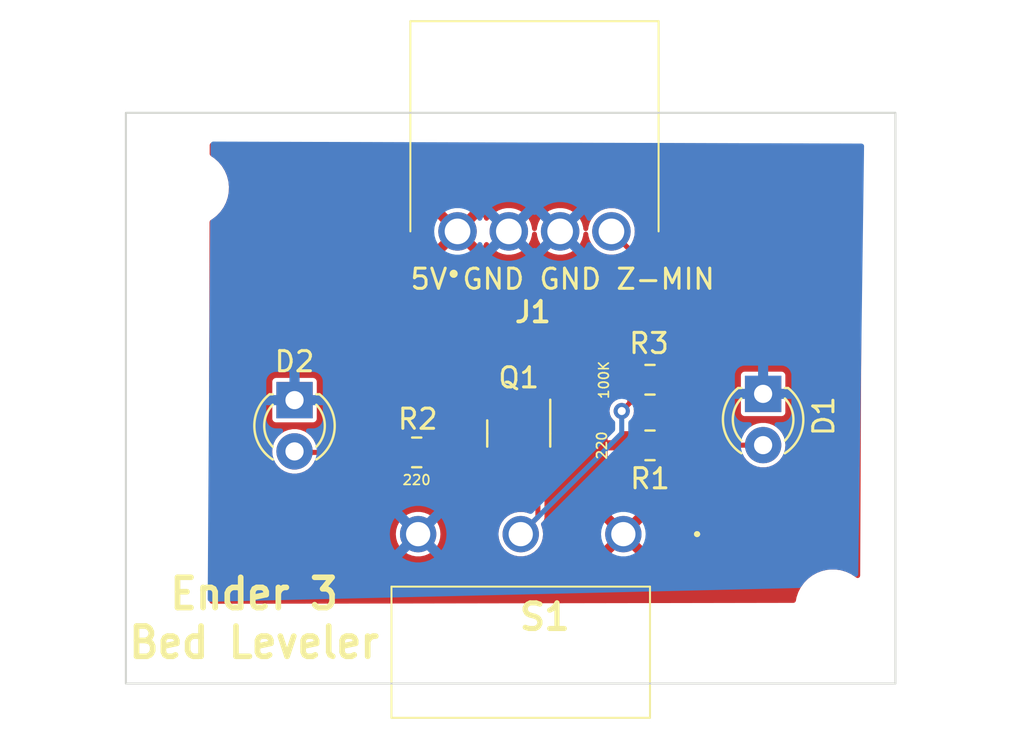
<source format=kicad_pcb>
(kicad_pcb (version 20221018) (generator pcbnew)
  (layers (0 "F.Cu" signal) (31 "B.Cu" signal) (34 "B.Paste" user) (35 "F.Paste" user) (36 "B.SilkS" user "B.Silkscreen") (37 "F.SilkS" user "F.Silkscreen") (38 "B.Mask" user) (39 "F.Mask" user) (44 "Edge.Cuts" user))
  (net 0 "")
  (net 1 "GND")
  (net 2 "Net-(D1-A)")
  (net 3 "Net-(D2-A)")
  (net 4 "+5V")
  (net 5 "/Z-min")
  (net 6 "Net-(Q1-D)")
  (footprint "Package_TO_SOT_SMD:SOT-23" (layer "F.Cu") (at 146.7 65.9125 -90)
    (fp_text reference "Q1" (at -2.7625 0 -180) (layer "F.SilkS"))
    (fp_text value "FDN338P")
    (fp_line (start 0 -1.56) (end -1.675 -1.56) (stroke (width 0.12)) (layer "F.SilkS"))
    (fp_line (start 0 -1.56) (end 0.65 -1.56) (stroke (width 0.12)) (layer "F.SilkS"))
    (fp_line (start 0 1.56) (end -0.65 1.56) (stroke (width 0.12)) (layer "F.SilkS"))
    (fp_line (start 0 1.56) (end 0.65 1.56) (stroke (width 0.12)) (layer "F.SilkS"))
    (pad "1" smd roundrect (at -0.9375 -0.95 270) (size 1.475 0.6) (layers "F.Cu" "F.Paste" "F.Mask") (net 5 "/Z-min"))
    (pad "2" smd roundrect (at -0.9375 0.95 270) (size 1.475 0.6) (layers "F.Cu" "F.Paste" "F.Mask") (net 4 "+5V"))
    (pad "3" smd roundrect (at 0.9375 0 270) (size 1.475 0.6) (layers "F.Cu" "F.Paste" "F.Mask") (net 6 "Net-(Q1-D)"))
  )
  (footprint "Resistor_SMD:R_0805_2012Metric_Pad1.20x1.40mm_HandSolder" (layer "F.Cu") (at 141.65 66.85 180)
    (fp_text reference "R2" (at -0.05 1.65) (layer "F.SilkS"))
    (fp_text value "220")
    (fp_line (start -0.227064 -0.735) (end 0.227064 -0.735) (stroke (width 0.12)) (layer "F.SilkS"))
    (fp_line (start -0.227064 0.735) (end 0.227064 0.735) (stroke (width 0.12)) (layer "F.SilkS"))
    (pad "1" smd roundrect (at -1 0 180) (size 1.2 1.4) (layers "F.Cu" "F.Paste" "F.Mask") (roundrect_rratio 0.208333) (net 6 "Net-(Q1-D)"))
    (pad "2" smd roundrect (at 1 0 180) (size 1.2 1.4) (layers "F.Cu" "F.Paste" "F.Mask") (roundrect_rratio 0.208333) (net 3 "Net-(D2-A)"))
  )
  (footprint "SamacSys_Parts:26448034" (layer "F.Cu") (at 143.67 55.9)
    (fp_text reference "J1" (at 3.73 4 180) (layer "F.SilkS") (effects (font (size 1.016 1.016) (thickness 0.1905))))
    (fp_text value "502386-0470" hide)
    (fp_line (start -2.335 -10.414) (end 9.955 -10.414) (stroke (width 0.1)) (layer "F.SilkS"))
    (fp_line (start -2.335 0) (end -2.335 -10.414) (stroke (width 0.1)) (layer "F.SilkS"))
    (fp_line (start -0.19 2) (end -0.19 2) (stroke (width 0.2)) (layer "F.SilkS"))
    (fp_line (start -0.19 2.2) (end -0.19 2.2) (stroke (width 0.2)) (layer "F.SilkS"))
    (fp_line (start 9.955 -10.414) (end 9.955 0) (stroke (width 0.1)) (layer "F.SilkS"))
    (fp_arc (start -0.19 2) (mid -0.09 2.1) (end -0.19 2.2) (stroke (width 0.2)) (layer "F.SilkS"))
    (fp_arc (start -0.19 2.2) (mid -0.29 2.1) (end -0.19 2) (stroke (width 0.2)) (layer "F.SilkS"))
    (pad "1" thru_hole circle (at 0 0) (size 1.905 1.905) (drill 1.27) (layers "*.Cu" "*.Mask") (net 4 "+5V"))
    (pad "2" thru_hole circle (at 2.54 0) (size 1.905 1.905) (drill 1.27) (layers "*.Cu" "*.Mask") (net 1 "GND"))
    (pad "3" thru_hole circle (at 5.08 0) (size 1.905 1.905) (drill 1.27) (layers "*.Cu" "*.Mask") (net 1 "GND"))
    (pad "4" thru_hole circle (at 7.62 0) (size 1.905 1.905) (drill 1.27) (layers "*.Cu" "*.Mask") (net 5 "/Z-min"))
  )
  (footprint "SamacSys_Parts:D2FSFLNA" (layer "F.Cu") (at 151.88 70.9 180)
    (fp_text reference "S1" (at 3.89 -4.1 180) (layer "F.SilkS") (effects (font (size 1.27 1.27) (thickness 0.254))))
    (fp_text value "D2FS-FL-N-A" hide)
    (fp_line (start -3.7 0) (end -3.7 0) (stroke (width 0.2)) (layer "F.SilkS"))
    (fp_line (start -3.7 0) (end -3.7 0) (stroke (width 0.2)) (layer "F.SilkS"))
    (fp_line (start -3.6 0) (end -3.6 0) (stroke (width 0.2)) (layer "F.SilkS"))
    (fp_line (start -1.32 -9.1) (end 11.48 -9.1) (stroke (width 0.1)) (layer "F.SilkS"))
    (fp_line (start -1.32 -2.6) (end -1.32 -9.1) (stroke (width 0.1)) (layer "F.SilkS"))
    (fp_line (start 11.48 -9.1) (end 11.48 -2.6) (stroke (width 0.1)) (layer "F.SilkS"))
    (fp_line (start 11.48 -2.6) (end -1.32 -2.6) (stroke (width 0.1)) (layer "F.SilkS"))
    (fp_arc (start -3.7 0) (mid -3.65 -0.05) (end -3.6 0) (stroke (width 0.2)) (layer "F.SilkS"))
    (fp_arc (start -3.6 0) (mid -3.65 0.05) (end -3.7 0) (stroke (width 0.2)) (layer "F.SilkS"))
    (fp_arc (start -3.6 0) (mid -3.65 0.05) (end -3.7 0) (stroke (width 0.2)) (layer "F.SilkS"))
    (pad "1" thru_hole circle (at 0 0 180) (size 1.8 1.8) (drill 1.2) (layers "*.Cu" "*.Mask") (net 4 "+5V"))
    (pad "2" thru_hole circle (at 5.08 0 180) (size 1.8 1.8) (drill 1.2) (layers "*.Cu" "*.Mask") (net 5 "/Z-min"))
    (pad "3" thru_hole circle (at 10.16 0 180) (size 1.8 1.8) (drill 1.2) (layers "*.Cu" "*.Mask") (net 1 "GND"))
  )
  (footprint "Resistor_SMD:R_0805_2012Metric_Pad1.20x1.40mm_HandSolder" (layer "F.Cu") (at 153.2 63.25 180)
    (fp_text reference "R3" (at 0.05 1.8 180) (layer "F.SilkS"))
    (fp_text value "100k")
    (fp_line (start -0.227064 -0.735) (end 0.227064 -0.735) (stroke (width 0.12)) (layer "F.SilkS"))
    (fp_line (start -0.227064 0.735) (end 0.227064 0.735) (stroke (width 0.12)) (layer "F.SilkS"))
    (pad "1" smd roundrect (at -1 0 180) (size 1.2 1.4) (layers "F.Cu" "F.Paste" "F.Mask") (roundrect_rratio 0.208333) (net 4 "+5V"))
    (pad "2" smd roundrect (at 1 0 180) (size 1.2 1.4) (layers "F.Cu" "F.Paste" "F.Mask") (roundrect_rratio 0.208333) (net 5 "/Z-min"))
  )
  (footprint "LED_THT:LED_D3.0mm" (layer "F.Cu") (at 158.8 63.95 -90)
    (fp_text reference "D1" (at 1.1 -3 90) (layer "F.SilkS"))
    (fp_text value "LED")
    (fp_line (start -0.29 -1.236) (end -0.29 -1.08) (stroke (width 0.12)) (layer "F.SilkS"))
    (fp_line (start -0.29 1.08) (end -0.29 1.236) (stroke (width 0.12)) (layer "F.SilkS"))
    (fp_arc (start -0.29 -1.235516) (mid 1.366487 -1.987659) (end 2.942335 -1.078608) (stroke (width 0.12)) (layer "F.SilkS"))
    (fp_arc (start 0.229039 -1.08) (mid 1.270117 -1.5) (end 2.31113 -1.079837) (stroke (width 0.12)) (layer "F.SilkS"))
    (fp_arc (start 2.31113 1.079837) (mid 1.270117 1.5) (end 0.229039 1.08) (stroke (width 0.12)) (layer "F.SilkS"))
    (fp_arc (start 2.942335 1.078608) (mid 1.366487 1.987659) (end -0.29 1.235516) (stroke (width 0.12)) (layer "F.SilkS"))
    (pad "1" thru_hole rect (at 0 0 270) (size 1.8 1.8) (drill 0.9) (layers "*.Cu" "*.Mask") (net 1 "GND"))
    (pad "2" thru_hole circle (at 2.54 0 270) (size 1.8 1.8) (drill 0.9) (layers "*.Cu" "*.Mask") (net 2 "Net-(D1-A)"))
  )
  (footprint "MountingHole:MountingHole_3.2mm_M3" (layer "F.Cu") (at 130.5 53.75)
    (fp_text reference "REF**" hide)
    (fp_text value "MountingHole_3.2mm_M3")
    (pad "" np_thru_hole circle (at 0 0) (size 3.2 3.2) (drill 3.2) (layers "*.Cu" "*.Mask"))
  )
  (footprint "Resistor_SMD:R_0805_2012Metric_Pad1.20x1.40mm_HandSolder" (layer "F.Cu") (at 153.2 66.5 180)
    (fp_text reference "R1" (at 0 -1.65) (layer "F.SilkS"))
    (fp_text value "220")
    (fp_line (start -0.227064 -0.735) (end 0.227064 -0.735) (stroke (width 0.12)) (layer "F.SilkS"))
    (fp_line (start -0.227064 0.735) (end 0.227064 0.735) (stroke (width 0.12)) (layer "F.SilkS"))
    (pad "1" smd roundrect (at -1 0 180) (size 1.2 1.4) (layers "F.Cu" "F.Paste" "F.Mask") (roundrect_rratio 0.208333) (net 2 "Net-(D1-A)"))
    (pad "2" smd roundrect (at 1 0 180) (size 1.2 1.4) (layers "F.Cu" "F.Paste" "F.Mask") (roundrect_rratio 0.208333) (net 4 "+5V"))
  )
  (footprint "LED_THT:LED_D3.0mm" (layer "F.Cu") (at 135.6 64.26 -90)
    (fp_text reference "D2" (at -1.91 0 -180) (layer "F.SilkS"))
    (fp_text value "LED")
    (fp_line (start -0.29 -1.236) (end -0.29 -1.08) (stroke (width 0.12)) (layer "F.SilkS"))
    (fp_line (start -0.29 1.08) (end -0.29 1.236) (stroke (width 0.12)) (layer "F.SilkS"))
    (fp_arc (start -0.29 -1.235516) (mid 1.366487 -1.987659) (end 2.942335 -1.078608) (stroke (width 0.12)) (layer "F.SilkS"))
    (fp_arc (start 0.229039 -1.08) (mid 1.270117 -1.5) (end 2.31113 -1.079837) (stroke (width 0.12)) (layer "F.SilkS"))
    (fp_arc (start 2.31113 1.079837) (mid 1.270117 1.5) (end 0.229039 1.08) (stroke (width 0.12)) (layer "F.SilkS"))
    (fp_arc (start 2.942335 1.078608) (mid 1.366487 1.987659) (end -0.29 1.235516) (stroke (width 0.12)) (layer "F.SilkS"))
    (pad "1" thru_hole rect (at 0 0 270) (size 1.8 1.8) (drill 0.9) (layers "*.Cu" "*.Mask") (net 1 "GND"))
    (pad "2" thru_hole circle (at 2.54 0 270) (size 1.8 1.8) (drill 0.9) (layers "*.Cu" "*.Mask") (net 3 "Net-(D2-A)"))
  )
  (footprint "MountingHole:MountingHole_3.2mm_M3" (layer "F.Cu") (at 162.25 74.5)
    (fp_text reference "REF**" hide)
    (fp_text value "MountingHole_3.2mm_M3")
    (pad "" np_thru_hole circle (at 0 0) (size 3.2 3.2) (drill 3.2) (layers "*.Cu" "*.Mask"))
  )
  (gr_rect (start 127.25 50.025) (end 165.35 78.3) (stroke (width 0.1)) (fill none) (layer "Edge.Cuts"))
  (gr_text "100K" (at 151.2 64.25 90) (layer "F.SilkS") (effects (font (size 0.484 0.484) (thickness 0.0829) bold) (justify left bottom)))
  (gr_text "5V GND GND Z-MIN" (at 141.25 58.85) (layer "F.SilkS") (effects (font (size 1 1)) (justify left bottom)))
  (gr_text "220" (at 140.9 68.5) (layer "F.SilkS") (effects (font (size 0.484 0.484) (thickness 0.0829) bold) (justify left bottom)))
  (gr_text "220" (at 151.1 67.25 90) (layer "F.SilkS") (effects (font (size 0.484 0.484) (thickness 0.0829) bold) (justify left bottom)))
  (gr_text "Ender 3\nBed Leveler" (at 133.6 77.15) (layer "F.SilkS") (effects (font (size 1.5 1.397) (thickness 0.2794) bold) (justify bottom)))
  (segment (start 154.21 66.49) (end 154.2 66.5) (width 0.25) (layer "F.Cu") (net 2))
  (segment (start 158.8 66.49) (end 154.21 66.49) (width 0.25) (layer "F.Cu") (net 2))
  (segment (start 140.65 66.85) (end 135.65 66.85) (width 0.25) (layer "F.Cu") (net 3))
  (segment (start 135.65 66.85) (end 135.6 66.8) (width 0.25) (layer "F.Cu") (net 3))
  (segment (start 147.65 70.05) (end 146.8 70.9) (width 0.25) (layer "F.Cu") (net 5))
  (segment (start 152.2 56.81) (end 151.29 55.9) (width 0.25) (layer "F.Cu") (net 5))
  (segment (start 147.65 64.975) (end 147.65 70.05) (width 0.25) (layer "F.Cu") (net 5))
  (segment (start 152.2 63.25) (end 152.2 56.81) (width 0.25) (layer "F.Cu") (net 5))
  (segment (start 151.8 64.8) (end 152.2 64.4) (width 0.25) (layer "F.Cu") (net 5))
  (segment (start 152.2 63.25) (end 152.2 64.4) (width 0.25) (layer "F.Cu") (net 5))
  (via (at 151.8 64.8) (size 0.8) (drill 0.4) (layers "F.Cu" "B.Cu") (net 5))
  (segment (start 146.8 70.9) (end 151.8 65.9) (width 0.25) (layer "B.Cu") (net 5))
  (segment (start 151.8 65.9) (end 151.8 64.8) (width 0.25) (layer "B.Cu") (net 5))
  (segment (start 146.8 70.9) (end 146.78 70.88) (width 0.25) (layer "B.Cu") (net 5))
  (segment (start 142.65 66.85) (end 146.7 66.85) (width 0.25) (layer "F.Cu") (net 6))
  (zone (net 4) (net_name "+5V") (layer "F.Cu") (connect_pads (clearance 0)) (min_thickness 0.25) (fill yes (thermal_gap 0.5) (thermal_bridge_width 0.5))
    (polygon (pts (xy 131.4 51.5) (xy 163.7 51.6) (xy 163.6 74.3) (xy 131.4 74.35) (xy 131.35 73.9)))
  )
  (zone (net 1) (net_name "GND") (layer "B.Cu") (priority 1) (connect_pads (clearance 0)) (min_thickness 0.25) (fill yes (thermal_gap 0.5) (thermal_bridge_width 0.5))
    (polygon (pts (xy 131.45 51.45) (xy 163.8 51.55) (xy 163.5 73.5) (xy 131.3 74.25)))
  )
)
</source>
